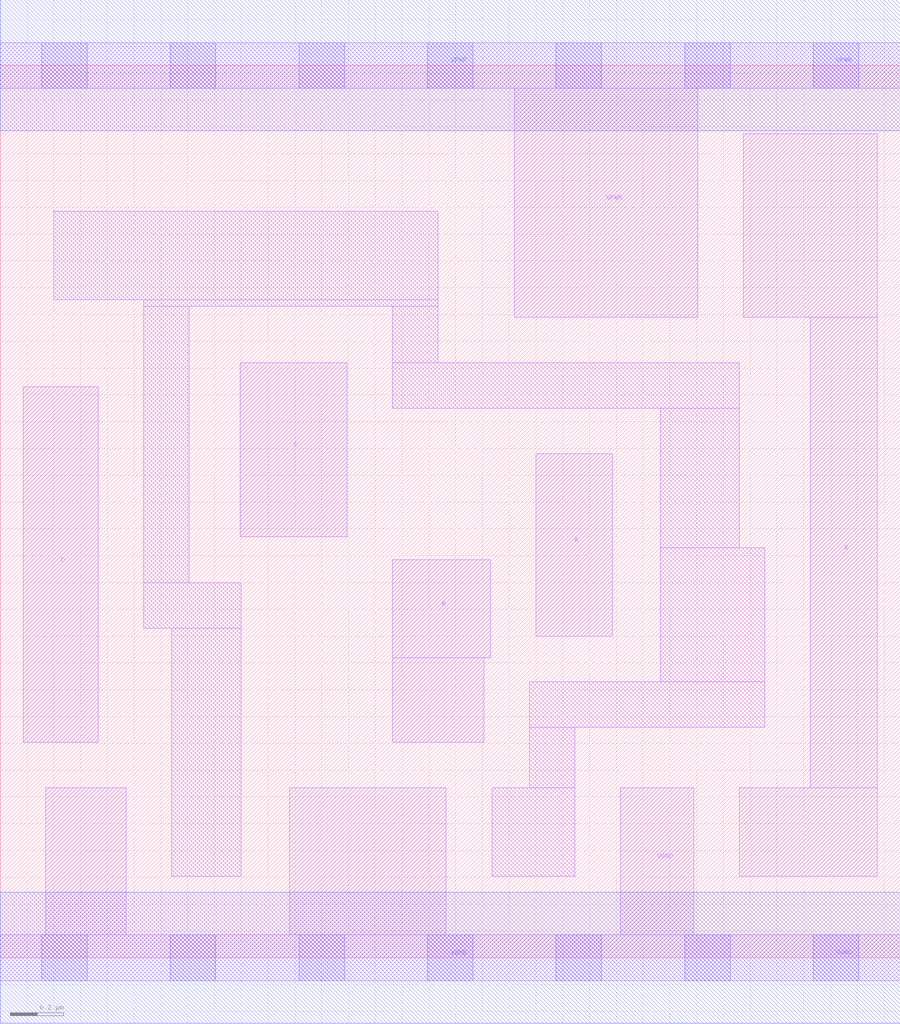
<source format=lef>
# Copyright 2020 The SkyWater PDK Authors
#
# Licensed under the Apache License, Version 2.0 (the "License");
# you may not use this file except in compliance with the License.
# You may obtain a copy of the License at
#
#     https://www.apache.org/licenses/LICENSE-2.0
#
# Unless required by applicable law or agreed to in writing, software
# distributed under the License is distributed on an "AS IS" BASIS,
# WITHOUT WARRANTIES OR CONDITIONS OF ANY KIND, either express or implied.
# See the License for the specific language governing permissions and
# limitations under the License.
#
# SPDX-License-Identifier: Apache-2.0

VERSION 5.7 ;
  NAMESCASESENSITIVE ON ;
  NOWIREEXTENSIONATPIN ON ;
  DIVIDERCHAR "/" ;
  BUSBITCHARS "[]" ;
UNITS
  DATABASE MICRONS 200 ;
END UNITS
MACRO sky130_fd_sc_lp__or4_0
  CLASS CORE ;
  SOURCE USER ;
  FOREIGN sky130_fd_sc_lp__or4_0 ;
  ORIGIN  0.000000  0.000000 ;
  SIZE  3.360000 BY  3.330000 ;
  SYMMETRY X Y R90 ;
  SITE unit ;
  PIN A
    ANTENNAGATEAREA  0.126000 ;
    DIRECTION INPUT ;
    USE SIGNAL ;
    PORT
      LAYER li1 ;
        RECT 2.000000 1.200000 2.285000 1.880000 ;
    END
  END A
  PIN B
    ANTENNAGATEAREA  0.126000 ;
    DIRECTION INPUT ;
    USE SIGNAL ;
    PORT
      LAYER li1 ;
        RECT 1.465000 0.805000 1.805000 1.120000 ;
        RECT 1.465000 1.120000 1.830000 1.485000 ;
    END
  END B
  PIN C
    ANTENNAGATEAREA  0.126000 ;
    DIRECTION INPUT ;
    USE SIGNAL ;
    PORT
      LAYER li1 ;
        RECT 0.895000 1.570000 1.295000 2.220000 ;
    END
  END C
  PIN D
    ANTENNAGATEAREA  0.126000 ;
    DIRECTION INPUT ;
    USE SIGNAL ;
    PORT
      LAYER li1 ;
        RECT 0.085000 0.805000 0.365000 2.130000 ;
    END
  END D
  PIN X
    ANTENNADIFFAREA  0.299800 ;
    DIRECTION OUTPUT ;
    USE SIGNAL ;
    PORT
      LAYER li1 ;
        RECT 2.760000 0.305000 3.275000 0.635000 ;
        RECT 2.775000 2.390000 3.275000 3.075000 ;
        RECT 3.025000 0.635000 3.275000 2.390000 ;
    END
  END X
  PIN VGND
    DIRECTION INOUT ;
    USE GROUND ;
    PORT
      LAYER li1 ;
        RECT 0.000000 -0.085000 3.360000 0.085000 ;
        RECT 0.170000  0.085000 0.470000 0.635000 ;
        RECT 1.080000  0.085000 1.665000 0.635000 ;
        RECT 2.315000  0.085000 2.590000 0.635000 ;
      LAYER mcon ;
        RECT 0.155000 -0.085000 0.325000 0.085000 ;
        RECT 0.635000 -0.085000 0.805000 0.085000 ;
        RECT 1.115000 -0.085000 1.285000 0.085000 ;
        RECT 1.595000 -0.085000 1.765000 0.085000 ;
        RECT 2.075000 -0.085000 2.245000 0.085000 ;
        RECT 2.555000 -0.085000 2.725000 0.085000 ;
        RECT 3.035000 -0.085000 3.205000 0.085000 ;
      LAYER met1 ;
        RECT 0.000000 -0.245000 3.360000 0.245000 ;
    END
  END VGND
  PIN VPWR
    DIRECTION INOUT ;
    USE POWER ;
    PORT
      LAYER li1 ;
        RECT 0.000000 3.245000 3.360000 3.415000 ;
        RECT 1.920000 2.390000 2.605000 3.245000 ;
      LAYER mcon ;
        RECT 0.155000 3.245000 0.325000 3.415000 ;
        RECT 0.635000 3.245000 0.805000 3.415000 ;
        RECT 1.115000 3.245000 1.285000 3.415000 ;
        RECT 1.595000 3.245000 1.765000 3.415000 ;
        RECT 2.075000 3.245000 2.245000 3.415000 ;
        RECT 2.555000 3.245000 2.725000 3.415000 ;
        RECT 3.035000 3.245000 3.205000 3.415000 ;
      LAYER met1 ;
        RECT 0.000000 3.085000 3.360000 3.575000 ;
    END
  END VPWR
  OBS
    LAYER li1 ;
      RECT 0.200000 2.455000 1.635000 2.785000 ;
      RECT 0.535000 1.230000 0.900000 1.400000 ;
      RECT 0.535000 1.400000 0.705000 2.430000 ;
      RECT 0.535000 2.430000 1.635000 2.455000 ;
      RECT 0.640000 0.305000 0.900000 1.230000 ;
      RECT 1.465000 2.050000 2.760000 2.220000 ;
      RECT 1.465000 2.220000 1.635000 2.430000 ;
      RECT 1.835000 0.305000 2.145000 0.635000 ;
      RECT 1.975000 0.635000 2.145000 0.860000 ;
      RECT 1.975000 0.860000 2.855000 1.030000 ;
      RECT 2.465000 1.030000 2.855000 1.530000 ;
      RECT 2.465000 1.530000 2.760000 2.050000 ;
  END
END sky130_fd_sc_lp__or4_0

</source>
